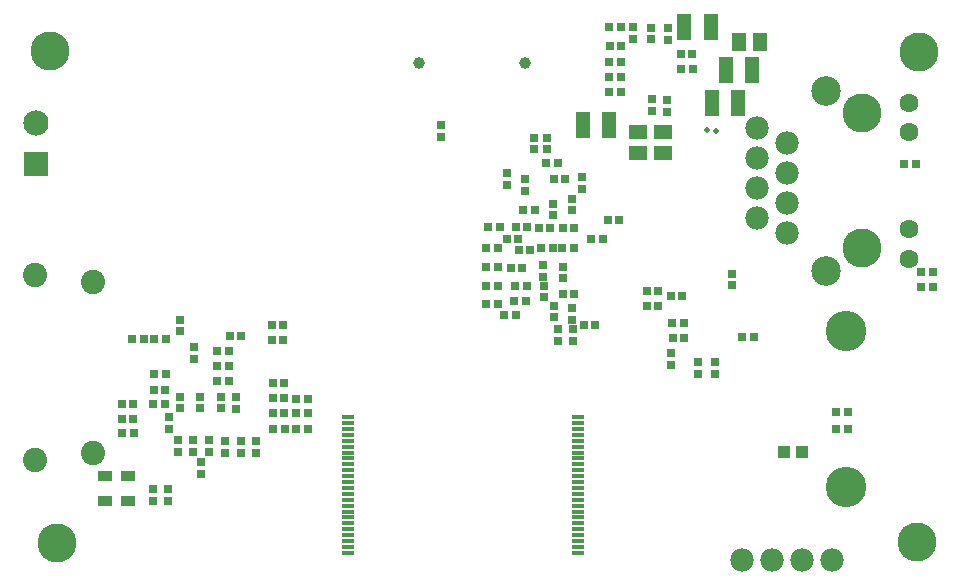
<source format=gbr>
G04 EAGLE Gerber RS-274X export*
G75*
%MOMM*%
%FSLAX34Y34*%
%LPD*%
%INSoldermask Bottom*%
%IPPOS*%
%AMOC8*
5,1,8,0,0,1.08239X$1,22.5*%
G01*
G04 Define Apertures*
%ADD10C,3.429000*%
%ADD11R,0.661600X0.730700*%
%ADD12R,0.730700X0.661600*%
%ADD13C,1.981200*%
%ADD14C,2.501600*%
%ADD15C,1.601600*%
%ADD16C,3.301600*%
%ADD17R,1.001600X0.401600*%
%ADD18C,1.001600*%
%ADD19R,0.636700X0.745600*%
%ADD20R,0.745600X0.636700*%
%ADD21R,2.133600X2.133600*%
%ADD22C,2.133600*%
%ADD23C,2.051600*%
%ADD24R,1.180700X2.230700*%
%ADD25R,1.566900X1.266200*%
%ADD26R,1.266200X1.566900*%
%ADD27R,1.022500X1.071800*%
%ADD28R,1.306400X0.850800*%
%ADD29C,0.508000*%
D10*
X712179Y219837D03*
X712179Y88519D03*
D11*
X441726Y308356D03*
X432034Y308356D03*
D12*
X488188Y340594D03*
X488188Y350286D03*
X479806Y239288D03*
X479806Y229596D03*
D11*
X416834Y258318D03*
X407142Y258318D03*
X461284Y307340D03*
X451592Y307340D03*
X481858Y307340D03*
X472166Y307340D03*
X510012Y313944D03*
X519704Y313944D03*
X481122Y290322D03*
X471430Y290322D03*
X424668Y298196D03*
X434360Y298196D03*
X427970Y273812D03*
X437662Y273812D03*
D12*
X456184Y258592D03*
X456184Y248900D03*
D11*
X453624Y290322D03*
X463316Y290322D03*
X581680Y454406D03*
X571988Y454406D03*
X444468Y288798D03*
X434776Y288798D03*
D12*
X455676Y275916D03*
X455676Y266224D03*
D11*
X441472Y258318D03*
X431780Y258318D03*
D12*
X472440Y274594D03*
X472440Y264902D03*
X464312Y241574D03*
X464312Y231882D03*
D11*
X408920Y308356D03*
X418612Y308356D03*
X407396Y274320D03*
X417088Y274320D03*
X407396Y290068D03*
X417088Y290068D03*
X572343Y442214D03*
X582035Y442214D03*
D12*
X560578Y415564D03*
X560578Y405872D03*
X547624Y416554D03*
X547624Y406862D03*
D13*
X624078Y26035D03*
X649478Y26035D03*
X674878Y26035D03*
X700278Y26035D03*
D11*
X481858Y251206D03*
X472166Y251206D03*
D12*
X480060Y322306D03*
X480060Y331998D03*
D11*
X440710Y245618D03*
X431018Y245618D03*
D12*
X463804Y327934D03*
X463804Y318242D03*
D11*
X496042Y297688D03*
X505734Y297688D03*
X432160Y233875D03*
X422468Y233875D03*
X407396Y242824D03*
X417088Y242824D03*
D12*
X480822Y212122D03*
X480822Y221814D03*
D11*
X499638Y225552D03*
X489946Y225552D03*
X448330Y322326D03*
X438638Y322326D03*
D12*
X447294Y383814D03*
X447294Y374122D03*
X458978Y383814D03*
X458978Y374122D03*
X468122Y221814D03*
X468122Y212122D03*
D11*
X521228Y477266D03*
X511536Y477266D03*
D13*
X636184Y391955D03*
X661584Y379255D03*
X636184Y366555D03*
X636184Y341155D03*
X636184Y315755D03*
X661584Y353855D03*
X661584Y328455D03*
X661584Y303055D03*
D14*
X695034Y271305D03*
X695034Y423305D03*
D15*
X765034Y281305D03*
X765034Y413305D03*
X765034Y388305D03*
X765034Y306305D03*
D16*
X725084Y290355D03*
X725084Y404655D03*
D17*
X290250Y32327D03*
X290250Y37327D03*
X290250Y42327D03*
X290250Y47327D03*
X290250Y52327D03*
X290250Y57327D03*
X290250Y62327D03*
X290250Y67327D03*
X290250Y72327D03*
X290250Y77327D03*
X290250Y82327D03*
X290250Y87327D03*
X290250Y92327D03*
X290250Y97327D03*
X290250Y102327D03*
X290250Y107327D03*
X290250Y112327D03*
X290250Y117327D03*
X290250Y122327D03*
X290250Y127327D03*
X290250Y132327D03*
X290250Y137327D03*
X290250Y142327D03*
X290250Y147327D03*
X485250Y147327D03*
X485250Y142327D03*
X485250Y137327D03*
X485250Y132327D03*
X485250Y127327D03*
X485250Y122327D03*
X485250Y117327D03*
X485250Y112327D03*
X485250Y107327D03*
X485250Y102327D03*
X485250Y97327D03*
X485250Y92327D03*
X485250Y87327D03*
X485250Y82327D03*
X485250Y77327D03*
X485250Y72327D03*
X485250Y67327D03*
X485250Y62327D03*
X485250Y57327D03*
X485250Y52327D03*
X485250Y47327D03*
X485250Y42327D03*
X485250Y37327D03*
X485250Y32327D03*
D18*
X440152Y447150D03*
X350152Y447150D03*
D19*
X713735Y151638D03*
X703585Y151638D03*
X713735Y137160D03*
X703585Y137160D03*
D20*
X195580Y164587D03*
X195580Y154437D03*
X146304Y117861D03*
X146304Y128011D03*
X172466Y117861D03*
X172466Y128011D03*
X212344Y117099D03*
X212344Y127249D03*
D19*
X236469Y137414D03*
X226319Y137414D03*
X246131Y150368D03*
X256281Y150368D03*
D20*
X159766Y206497D03*
X159766Y196347D03*
D19*
X246131Y162560D03*
X256281Y162560D03*
D11*
X785388Y257302D03*
X775696Y257302D03*
D20*
X586232Y183853D03*
X586232Y194003D03*
D11*
X574822Y214630D03*
X565130Y214630D03*
X573298Y250190D03*
X563606Y250190D03*
D20*
X138684Y137419D03*
X138684Y147569D03*
D12*
X147574Y154666D03*
X147574Y164358D03*
X165100Y154666D03*
X165100Y164358D03*
X182626Y154666D03*
X182626Y164358D03*
X159004Y127782D03*
X159004Y118090D03*
X186436Y127020D03*
X186436Y117328D03*
X199390Y127020D03*
X199390Y117328D03*
D11*
X256052Y137414D03*
X246360Y137414D03*
X226548Y150368D03*
X236240Y150368D03*
X226548Y163322D03*
X236240Y163322D03*
X226548Y175866D03*
X236240Y175866D03*
X189250Y177800D03*
X179558Y177800D03*
X189250Y190246D03*
X179558Y190246D03*
X188996Y202946D03*
X179304Y202946D03*
X225778Y212902D03*
X235470Y212902D03*
X225828Y225044D03*
X235520Y225044D03*
X199664Y215900D03*
X189972Y215900D03*
D16*
X771906Y41656D03*
X37592Y456946D03*
X773430Y456692D03*
X43434Y40640D03*
D11*
X458196Y362204D03*
X467888Y362204D03*
D12*
X424688Y343896D03*
X424688Y353588D03*
D11*
X464292Y348742D03*
X473984Y348742D03*
D12*
X439928Y339070D03*
X439928Y348762D03*
D19*
X760930Y361247D03*
X771080Y361247D03*
D11*
X520948Y422656D03*
X511256Y422656D03*
X520948Y434848D03*
X511256Y434848D03*
D20*
X531622Y477766D03*
X531622Y467616D03*
D21*
X25908Y361442D03*
D22*
X25908Y396442D03*
D12*
X148082Y229890D03*
X148082Y220198D03*
D11*
X125964Y213106D03*
X135656Y213106D03*
X125964Y183388D03*
X135656Y183388D03*
X125710Y170434D03*
X135402Y170434D03*
X125456Y157988D03*
X135148Y157988D03*
X108478Y158750D03*
X98786Y158750D03*
X108224Y146050D03*
X98532Y146050D03*
D12*
X165847Y109188D03*
X165847Y99496D03*
D11*
X117114Y213106D03*
X107422Y213106D03*
X108732Y133858D03*
X99040Y133858D03*
D23*
X74168Y261842D03*
X74168Y116842D03*
X25168Y267842D03*
X25168Y110842D03*
D24*
X609894Y440804D03*
X632394Y440804D03*
X598077Y413266D03*
X620577Y413266D03*
X511376Y395029D03*
X488876Y395029D03*
D25*
X535940Y388484D03*
X535940Y370976D03*
X556768Y388738D03*
X556768Y371230D03*
D26*
X621166Y464566D03*
X638674Y464566D03*
D12*
X547116Y467086D03*
X547116Y476778D03*
X561340Y466985D03*
X561340Y476677D03*
D11*
X521228Y447548D03*
X511536Y447548D03*
X521381Y461264D03*
X511689Y461264D03*
D20*
X600710Y194051D03*
X600710Y183901D03*
D19*
X574749Y227292D03*
X564599Y227292D03*
D20*
X563880Y201163D03*
X563880Y191013D03*
D27*
X659258Y117602D03*
X674750Y117602D03*
D24*
X597228Y477416D03*
X574728Y477416D03*
D19*
X785363Y269748D03*
X775213Y269748D03*
D12*
X615442Y268498D03*
X615442Y258806D03*
D11*
X624058Y214884D03*
X633750Y214884D03*
X552978Y253746D03*
X543286Y253746D03*
X552724Y241300D03*
X543032Y241300D03*
D28*
X84710Y76368D03*
X84710Y97368D03*
X103758Y97368D03*
X103758Y76368D03*
D20*
X138176Y76459D03*
X138176Y86609D03*
X125476Y75951D03*
X125476Y86101D03*
X368750Y394455D03*
X368750Y384305D03*
D29*
X601519Y389431D03*
X593910Y390086D03*
M02*

</source>
